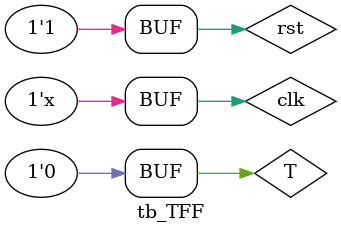
<source format=v>
`timescale 1ns / 1ps


module tb_TFF();

reg clk, rst, T;
wire Q;

TFF FF(.clk(clk), .rst(rst), .T(T), .Q(Q));

initial begin
    clk<=0;
    rst<=1;
    #10 rst<=0;
    #10 rst<=1;
    #10 T<=0;
    #80 T<=1;
    #100 T<=0;
    #80 T<=1;
    #100 T<=0;
    #80 T<=1;
    #100 T<=0;
end

always begin
    #5 clk<=~clk;
end

endmodule

</source>
